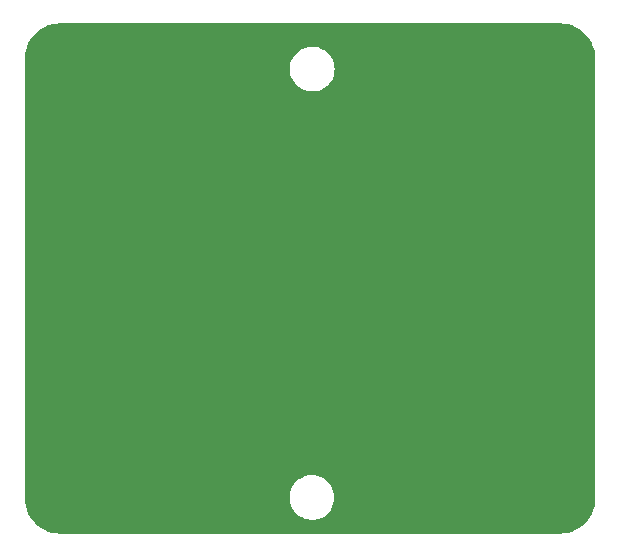
<source format=gbr>
%TF.GenerationSoftware,KiCad,Pcbnew,7.0.2*%
%TF.CreationDate,2024-01-29T20:43:43-05:00*%
%TF.ProjectId,dpx_perv_5x15-s,6470785f-7065-4727-965f-357831352d73,rev?*%
%TF.SameCoordinates,Original*%
%TF.FileFunction,Soldermask,Bot*%
%TF.FilePolarity,Negative*%
%FSLAX46Y46*%
G04 Gerber Fmt 4.6, Leading zero omitted, Abs format (unit mm)*
G04 Created by KiCad (PCBNEW 7.0.2) date 2024-01-29 20:43:43*
%MOMM*%
%LPD*%
G01*
G04 APERTURE LIST*
%ADD10R,1.168400X1.600200*%
%ADD11R,1.700000X1.700000*%
%ADD12O,1.700000X1.700000*%
G04 APERTURE END LIST*
D10*
%TO.C,J6*%
X49032000Y-71573500D03*
X47510540Y-71573500D03*
%TD*%
%TO.C,J6*%
X48098540Y-30950000D03*
X49620000Y-30950000D03*
%TD*%
D11*
%TO.C,J1*%
X46220000Y-33615000D03*
D12*
X43680000Y-33615000D03*
X46220000Y-36155000D03*
X43680000Y-36155000D03*
X46220000Y-38695000D03*
X43680000Y-38695000D03*
X46220000Y-41235000D03*
X43680000Y-41235000D03*
X46220000Y-43775000D03*
X43680000Y-43775000D03*
X46220000Y-46315000D03*
X43680000Y-46315000D03*
X46220000Y-48855000D03*
X43680000Y-48855000D03*
X46220000Y-51395000D03*
X43680000Y-51395000D03*
X46220000Y-53935000D03*
X43680000Y-53935000D03*
X46220000Y-56475000D03*
X43680000Y-56475000D03*
X46220000Y-59015000D03*
X43680000Y-59015000D03*
X46220000Y-61555000D03*
X43680000Y-61555000D03*
X46220000Y-64095000D03*
X43680000Y-64095000D03*
X46220000Y-66635000D03*
X43680000Y-66635000D03*
X46220000Y-69175000D03*
X43680000Y-69175000D03*
%TD*%
D11*
%TO.C,J2*%
X86770000Y-33615000D03*
D12*
X84230000Y-33615000D03*
X86770000Y-36155000D03*
X84230000Y-36155000D03*
X86770000Y-38695000D03*
X84230000Y-38695000D03*
X86770000Y-41235000D03*
X84230000Y-41235000D03*
X86770000Y-43775000D03*
X84230000Y-43775000D03*
X86770000Y-46315000D03*
X84230000Y-46315000D03*
X86770000Y-48855000D03*
X84230000Y-48855000D03*
X86770000Y-51395000D03*
X84230000Y-51395000D03*
X86770000Y-53935000D03*
X84230000Y-53935000D03*
X86770000Y-56475000D03*
X84230000Y-56475000D03*
X86770000Y-59015000D03*
X84230000Y-59015000D03*
X86770000Y-61555000D03*
X84230000Y-61555000D03*
X86770000Y-64095000D03*
X84230000Y-64095000D03*
X86770000Y-66635000D03*
X84230000Y-66635000D03*
X86770000Y-69175000D03*
X84230000Y-69175000D03*
%TD*%
%TO.C,U2*%
X51275000Y-56470000D03*
X53815000Y-56470000D03*
X56355000Y-56470000D03*
X58895000Y-56470000D03*
X61435000Y-56470000D03*
X69035000Y-56470000D03*
X71575000Y-56470000D03*
X74115000Y-56470000D03*
X76655000Y-56470000D03*
X79195000Y-56470000D03*
X51275000Y-53930000D03*
X53815000Y-53930000D03*
X56355000Y-53930000D03*
X58895000Y-53930000D03*
X61435000Y-53930000D03*
X69035000Y-53930000D03*
X71575000Y-53930000D03*
X74115000Y-53930000D03*
X76655000Y-53930000D03*
X79195000Y-53930000D03*
X51275000Y-51390000D03*
X53815000Y-51390000D03*
X56355000Y-51390000D03*
X58895000Y-51390000D03*
X61435000Y-51390000D03*
X69035000Y-51390000D03*
X71575000Y-51390000D03*
X74115000Y-51390000D03*
X76655000Y-51390000D03*
X79195000Y-51390000D03*
X51265000Y-46310000D03*
X51275000Y-48850000D03*
X53805000Y-46310000D03*
X53815000Y-48850000D03*
X56345000Y-46310000D03*
X56355000Y-48850000D03*
X58885000Y-46310000D03*
X58895000Y-48850000D03*
X61435000Y-48850000D03*
X69035000Y-48850000D03*
X71575000Y-48850000D03*
X74115000Y-48850000D03*
X76655000Y-48850000D03*
X79195000Y-48850000D03*
X61435000Y-46310000D03*
X69035000Y-46310000D03*
X71575000Y-46310000D03*
X74115000Y-46310000D03*
X76655000Y-46310000D03*
X79195000Y-46310000D03*
%TD*%
%TO.C,U1*%
X51260000Y-43775000D03*
X53800000Y-43775000D03*
X56340000Y-43775000D03*
X58880000Y-43775000D03*
X61420000Y-43775000D03*
X69020000Y-43775000D03*
X71560000Y-43775000D03*
X74100000Y-43775000D03*
X76640000Y-43775000D03*
X79180000Y-43775000D03*
X51260000Y-41235000D03*
X53800000Y-41235000D03*
X56340000Y-41235000D03*
X58880000Y-41235000D03*
X61420000Y-41235000D03*
X69020000Y-41235000D03*
X71560000Y-41235000D03*
X74100000Y-41235000D03*
X76640000Y-41235000D03*
X79180000Y-41235000D03*
X51260000Y-38695000D03*
X53800000Y-38695000D03*
X56340000Y-38695000D03*
X58880000Y-38695000D03*
X61420000Y-38695000D03*
X69020000Y-38695000D03*
X71560000Y-38695000D03*
X74100000Y-38695000D03*
X76640000Y-38695000D03*
X79180000Y-38695000D03*
X51250000Y-33615000D03*
X51260000Y-36155000D03*
X53790000Y-33615000D03*
X53800000Y-36155000D03*
X56330000Y-33615000D03*
X56340000Y-36155000D03*
X58870000Y-33615000D03*
X58880000Y-36155000D03*
X61420000Y-36155000D03*
X69020000Y-36155000D03*
X71560000Y-36155000D03*
X74100000Y-36155000D03*
X76640000Y-36155000D03*
X79180000Y-36155000D03*
X61420000Y-33615000D03*
X69020000Y-33615000D03*
X71560000Y-33615000D03*
X74100000Y-33615000D03*
X76640000Y-33615000D03*
X79180000Y-33615000D03*
%TD*%
%TO.C,U3*%
X51265000Y-69180000D03*
X53805000Y-69180000D03*
X56345000Y-69180000D03*
X58885000Y-69180000D03*
X61425000Y-69180000D03*
X69025000Y-69180000D03*
X71565000Y-69180000D03*
X74105000Y-69180000D03*
X76645000Y-69180000D03*
X79185000Y-69180000D03*
X51265000Y-66640000D03*
X53805000Y-66640000D03*
X56345000Y-66640000D03*
X58885000Y-66640000D03*
X61425000Y-66640000D03*
X69025000Y-66640000D03*
X71565000Y-66640000D03*
X74105000Y-66640000D03*
X76645000Y-66640000D03*
X79185000Y-66640000D03*
X51265000Y-64100000D03*
X53805000Y-64100000D03*
X56345000Y-64100000D03*
X58885000Y-64100000D03*
X61425000Y-64100000D03*
X69025000Y-64100000D03*
X71565000Y-64100000D03*
X74105000Y-64100000D03*
X76645000Y-64100000D03*
X79185000Y-64100000D03*
X51255000Y-59020000D03*
X51265000Y-61560000D03*
X53795000Y-59020000D03*
X53805000Y-61560000D03*
X56335000Y-59020000D03*
X56345000Y-61560000D03*
X58875000Y-59020000D03*
X58885000Y-61560000D03*
X61425000Y-61560000D03*
X69025000Y-61560000D03*
X71565000Y-61560000D03*
X74105000Y-61560000D03*
X76645000Y-61560000D03*
X79185000Y-61560000D03*
X61425000Y-59020000D03*
X69025000Y-59020000D03*
X71565000Y-59020000D03*
X74105000Y-59020000D03*
X76645000Y-59020000D03*
X79185000Y-59020000D03*
%TD*%
G36*
X86218471Y-29725195D02*
G01*
X86543940Y-29743472D01*
X86557759Y-29745029D01*
X86875695Y-29799049D01*
X86889252Y-29802143D01*
X87199148Y-29891423D01*
X87212272Y-29896016D01*
X87510215Y-30019427D01*
X87522744Y-30025460D01*
X87805006Y-30181461D01*
X87816780Y-30188860D01*
X88079783Y-30375471D01*
X88090655Y-30384140D01*
X88331127Y-30599039D01*
X88340960Y-30608872D01*
X88555859Y-30849344D01*
X88564528Y-30860216D01*
X88751139Y-31123219D01*
X88758538Y-31134993D01*
X88914539Y-31417255D01*
X88920572Y-31429784D01*
X89043983Y-31727727D01*
X89048576Y-31740851D01*
X89137856Y-32050747D01*
X89140950Y-32064304D01*
X89194970Y-32382240D01*
X89196527Y-32396058D01*
X89214805Y-32721527D01*
X89215000Y-32728480D01*
X89215000Y-69921519D01*
X89214805Y-69928472D01*
X89196527Y-70253941D01*
X89194970Y-70267759D01*
X89140950Y-70585695D01*
X89137856Y-70599252D01*
X89048576Y-70909148D01*
X89043983Y-70922272D01*
X88920572Y-71220215D01*
X88914539Y-71232744D01*
X88758538Y-71515006D01*
X88751139Y-71526780D01*
X88564528Y-71789783D01*
X88555859Y-71800655D01*
X88340960Y-72041127D01*
X88331127Y-72050960D01*
X88090655Y-72265859D01*
X88079783Y-72274528D01*
X87816780Y-72461139D01*
X87805006Y-72468538D01*
X87522744Y-72624539D01*
X87510215Y-72630572D01*
X87212272Y-72753983D01*
X87199148Y-72758576D01*
X86889252Y-72847856D01*
X86875695Y-72850950D01*
X86557759Y-72904970D01*
X86543941Y-72906527D01*
X86218472Y-72924805D01*
X86211519Y-72925000D01*
X43903481Y-72925000D01*
X43896528Y-72924805D01*
X43571058Y-72906527D01*
X43557240Y-72904970D01*
X43239304Y-72850950D01*
X43225747Y-72847856D01*
X42915851Y-72758576D01*
X42902727Y-72753983D01*
X42604784Y-72630572D01*
X42592255Y-72624539D01*
X42309993Y-72468538D01*
X42298219Y-72461139D01*
X42035216Y-72274528D01*
X42024344Y-72265859D01*
X41783872Y-72050960D01*
X41774039Y-72041127D01*
X41559140Y-71800655D01*
X41550471Y-71789783D01*
X41363860Y-71526780D01*
X41356461Y-71515006D01*
X41200460Y-71232744D01*
X41194427Y-71220215D01*
X41071016Y-70922272D01*
X41066423Y-70909148D01*
X40977143Y-70599252D01*
X40974049Y-70585695D01*
X40920029Y-70267759D01*
X40918472Y-70253940D01*
X40904115Y-69998285D01*
X63326122Y-69998285D01*
X63366392Y-70271913D01*
X63446074Y-70536766D01*
X63563465Y-70787181D01*
X63716073Y-71017849D01*
X63900636Y-71223834D01*
X64113220Y-71400748D01*
X64349304Y-71544827D01*
X64603849Y-71652997D01*
X64871431Y-71722953D01*
X65146345Y-71753202D01*
X65422735Y-71743101D01*
X65694704Y-71692866D01*
X65956475Y-71603562D01*
X66202437Y-71477104D01*
X66427374Y-71316176D01*
X66626480Y-71124214D01*
X66795515Y-70905304D01*
X66930875Y-70664119D01*
X67029678Y-70405790D01*
X67089812Y-70135838D01*
X67110001Y-69859999D01*
X67089812Y-69584161D01*
X67029678Y-69314209D01*
X66930875Y-69055880D01*
X66795515Y-68814695D01*
X66626480Y-68595785D01*
X66427374Y-68403823D01*
X66202437Y-68242895D01*
X65956475Y-68116437D01*
X65694704Y-68027133D01*
X65422735Y-67976898D01*
X65146345Y-67966797D01*
X64871431Y-67997046D01*
X64603849Y-68067002D01*
X64349304Y-68175172D01*
X64113220Y-68319251D01*
X63900636Y-68496165D01*
X63716073Y-68702150D01*
X63563465Y-68932818D01*
X63446074Y-69183233D01*
X63366392Y-69448086D01*
X63326122Y-69721714D01*
X63326122Y-69998285D01*
X40904115Y-69998285D01*
X40900195Y-69928471D01*
X40900000Y-69921519D01*
X40900000Y-44851666D01*
X40936682Y-33728285D01*
X63350588Y-33728285D01*
X63390857Y-34001913D01*
X63470539Y-34266766D01*
X63587930Y-34517181D01*
X63740538Y-34747849D01*
X63925101Y-34953834D01*
X64137685Y-35130748D01*
X64373769Y-35274827D01*
X64628314Y-35382997D01*
X64895896Y-35452953D01*
X65170810Y-35483202D01*
X65447200Y-35473101D01*
X65719169Y-35422866D01*
X65980940Y-35333562D01*
X66226902Y-35207104D01*
X66451839Y-35046176D01*
X66650945Y-34854214D01*
X66819980Y-34635304D01*
X66955340Y-34394119D01*
X67054143Y-34135790D01*
X67114277Y-33865838D01*
X67134466Y-33589999D01*
X67114277Y-33314161D01*
X67054143Y-33044209D01*
X66955340Y-32785880D01*
X66819980Y-32544695D01*
X66650945Y-32325785D01*
X66451839Y-32133823D01*
X66226902Y-31972895D01*
X65980940Y-31846437D01*
X65719169Y-31757133D01*
X65447200Y-31706898D01*
X65170810Y-31696797D01*
X64895896Y-31727046D01*
X64628314Y-31797002D01*
X64373769Y-31905172D01*
X64137685Y-32049251D01*
X63925101Y-32226165D01*
X63740538Y-32432150D01*
X63587930Y-32662818D01*
X63470539Y-32913233D01*
X63390857Y-33178086D01*
X63350588Y-33451714D01*
X63350588Y-33728285D01*
X40936682Y-33728285D01*
X40941505Y-32265900D01*
X40943256Y-32245538D01*
X40974049Y-32064304D01*
X40977143Y-32050747D01*
X41066423Y-31740851D01*
X41071016Y-31727727D01*
X41194427Y-31429784D01*
X41200460Y-31417255D01*
X41356461Y-31134993D01*
X41363860Y-31123219D01*
X41550471Y-30860216D01*
X41559140Y-30849344D01*
X41774039Y-30608872D01*
X41783872Y-30599039D01*
X42024344Y-30384140D01*
X42035216Y-30375471D01*
X42298219Y-30188860D01*
X42309993Y-30181461D01*
X42592255Y-30025460D01*
X42604784Y-30019427D01*
X42902727Y-29896016D01*
X42915851Y-29891423D01*
X43225747Y-29802143D01*
X43239304Y-29799049D01*
X43557240Y-29745029D01*
X43571059Y-29743472D01*
X43896529Y-29725195D01*
X43903481Y-29725000D01*
X86211519Y-29725000D01*
X86218471Y-29725195D01*
G37*
M02*

</source>
